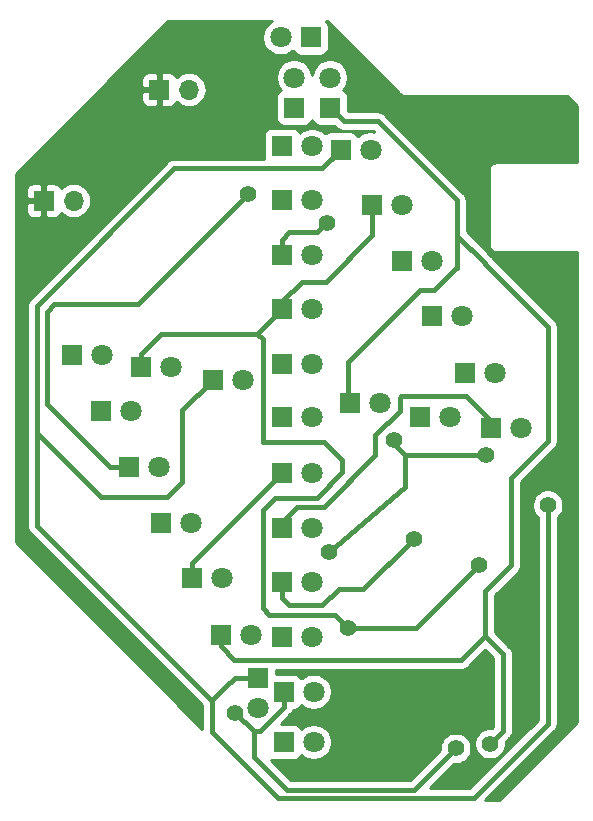
<source format=gbr>
%TF.GenerationSoftware,KiCad,Pcbnew,(5.1.4)-1*%
%TF.CreationDate,2020-11-17T11:02:07+02:00*%
%TF.ProjectId,possu2,706f7373-7532-42e6-9b69-6361645f7063,rev?*%
%TF.SameCoordinates,Original*%
%TF.FileFunction,Copper,L2,Bot*%
%TF.FilePolarity,Positive*%
%FSLAX46Y46*%
G04 Gerber Fmt 4.6, Leading zero omitted, Abs format (unit mm)*
G04 Created by KiCad (PCBNEW (5.1.4)-1) date 2020-11-17 11:02:07*
%MOMM*%
%LPD*%
G04 APERTURE LIST*
%TA.AperFunction,ComponentPad*%
%ADD10R,1.800000X1.800000*%
%TD*%
%TA.AperFunction,ComponentPad*%
%ADD11C,1.800000*%
%TD*%
%TA.AperFunction,ComponentPad*%
%ADD12R,1.700000X1.700000*%
%TD*%
%TA.AperFunction,ComponentPad*%
%ADD13O,1.700000X1.700000*%
%TD*%
%TA.AperFunction,ViaPad*%
%ADD14C,1.400000*%
%TD*%
%TA.AperFunction,Conductor*%
%ADD15C,0.400000*%
%TD*%
%TA.AperFunction,Conductor*%
%ADD16C,0.254000*%
%TD*%
G04 APERTURE END LIST*
D10*
%TO.P,D5,1*%
%TO.N,Net-(D13-Pad1)*%
X98806000Y-48400000D03*
D11*
%TO.P,D5,2*%
%TO.N,Net-(D1-Pad2)*%
X101346000Y-48400000D03*
%TD*%
D10*
%TO.P,D25,1*%
%TO.N,Net-(D1-Pad1)*%
X110490000Y-62100000D03*
D11*
%TO.P,D25,2*%
%TO.N,Net-(D25-Pad2)*%
X113030000Y-62100000D03*
%TD*%
D12*
%TO.P,P2,1*%
%TO.N,GND*%
X78613000Y-43815000D03*
D13*
%TO.P,P2,2*%
%TO.N,Net-(F1-Pad2)*%
X81153000Y-43815000D03*
%TD*%
D11*
%TO.P,D1,2*%
%TO.N,Net-(D1-Pad2)*%
X98679000Y-30000000D03*
D10*
%TO.P,D1,1*%
%TO.N,Net-(D1-Pad1)*%
X101219000Y-30000000D03*
%TD*%
%TO.P,D2,1*%
%TO.N,Net-(D10-Pad1)*%
X99822000Y-35941000D03*
D11*
%TO.P,D2,2*%
%TO.N,Net-(D1-Pad2)*%
X99822000Y-33401000D03*
%TD*%
D10*
%TO.P,D3,1*%
%TO.N,Net-(D11-Pad1)*%
X98806000Y-39200000D03*
D11*
%TO.P,D3,2*%
%TO.N,Net-(D1-Pad2)*%
X101346000Y-39200000D03*
%TD*%
%TO.P,D4,2*%
%TO.N,Net-(D1-Pad2)*%
X101346000Y-43800000D03*
D10*
%TO.P,D4,1*%
%TO.N,Net-(D12-Pad1)*%
X98806000Y-43800000D03*
%TD*%
D11*
%TO.P,D6,2*%
%TO.N,Net-(D1-Pad2)*%
X101346000Y-53000000D03*
D10*
%TO.P,D6,1*%
%TO.N,Net-(D14-Pad1)*%
X98806000Y-53000000D03*
%TD*%
%TO.P,D7,1*%
%TO.N,Net-(D15-Pad1)*%
X98806000Y-57658000D03*
D11*
%TO.P,D7,2*%
%TO.N,Net-(D1-Pad2)*%
X101346000Y-57658000D03*
%TD*%
%TO.P,D8,2*%
%TO.N,Net-(D1-Pad2)*%
X101346000Y-62103000D03*
D10*
%TO.P,D8,1*%
%TO.N,Net-(D16-Pad1)*%
X98806000Y-62103000D03*
%TD*%
D11*
%TO.P,D9,2*%
%TO.N,Net-(D10-Pad2)*%
X101346000Y-66900000D03*
D10*
%TO.P,D9,1*%
%TO.N,Net-(D1-Pad1)*%
X98806000Y-66900000D03*
%TD*%
%TO.P,D10,1*%
%TO.N,Net-(D10-Pad1)*%
X98806000Y-71500000D03*
D11*
%TO.P,D10,2*%
%TO.N,Net-(D10-Pad2)*%
X101346000Y-71500000D03*
%TD*%
D10*
%TO.P,D11,1*%
%TO.N,Net-(D11-Pad1)*%
X98806000Y-76100000D03*
D11*
%TO.P,D11,2*%
%TO.N,Net-(D10-Pad2)*%
X101346000Y-76100000D03*
%TD*%
%TO.P,D12,2*%
%TO.N,Net-(D10-Pad2)*%
X101346000Y-80800000D03*
D10*
%TO.P,D12,1*%
%TO.N,Net-(D12-Pad1)*%
X98806000Y-80800000D03*
%TD*%
%TO.P,D13,1*%
%TO.N,Net-(D13-Pad1)*%
X98933000Y-85400000D03*
D11*
%TO.P,D13,2*%
%TO.N,Net-(D10-Pad2)*%
X101473000Y-85400000D03*
%TD*%
%TO.P,D14,2*%
%TO.N,Net-(D10-Pad2)*%
X101473000Y-89662000D03*
D10*
%TO.P,D14,1*%
%TO.N,Net-(D14-Pad1)*%
X98933000Y-89662000D03*
%TD*%
%TO.P,D15,1*%
%TO.N,Net-(D15-Pad1)*%
X96774000Y-84201000D03*
D11*
%TO.P,D15,2*%
%TO.N,Net-(D10-Pad2)*%
X96774000Y-86741000D03*
%TD*%
%TO.P,D16,2*%
%TO.N,Net-(D10-Pad2)*%
X96139000Y-80600000D03*
D10*
%TO.P,D16,1*%
%TO.N,Net-(D16-Pad1)*%
X93599000Y-80600000D03*
%TD*%
%TO.P,D17,1*%
%TO.N,Net-(D1-Pad1)*%
X91186000Y-75800000D03*
D11*
%TO.P,D17,2*%
%TO.N,Net-(D17-Pad2)*%
X93726000Y-75800000D03*
%TD*%
%TO.P,D18,2*%
%TO.N,Net-(D17-Pad2)*%
X91059000Y-71100000D03*
D10*
%TO.P,D18,1*%
%TO.N,Net-(D10-Pad1)*%
X88519000Y-71100000D03*
%TD*%
D11*
%TO.P,D19,2*%
%TO.N,Net-(D17-Pad2)*%
X88392000Y-66400000D03*
D10*
%TO.P,D19,1*%
%TO.N,Net-(D11-Pad1)*%
X85852000Y-66400000D03*
%TD*%
D11*
%TO.P,D20,2*%
%TO.N,Net-(D17-Pad2)*%
X85979000Y-61595000D03*
D10*
%TO.P,D20,1*%
%TO.N,Net-(D12-Pad1)*%
X83439000Y-61595000D03*
%TD*%
%TO.P,D21,1*%
%TO.N,Net-(D13-Pad1)*%
X81026000Y-56900000D03*
D11*
%TO.P,D21,2*%
%TO.N,Net-(D17-Pad2)*%
X83566000Y-56900000D03*
%TD*%
D10*
%TO.P,D22,1*%
%TO.N,Net-(D14-Pad1)*%
X86868000Y-57900000D03*
D11*
%TO.P,D22,2*%
%TO.N,Net-(D17-Pad2)*%
X89408000Y-57900000D03*
%TD*%
%TO.P,D23,2*%
%TO.N,Net-(D17-Pad2)*%
X95504000Y-59000000D03*
D10*
%TO.P,D23,1*%
%TO.N,Net-(D15-Pad1)*%
X92964000Y-59000000D03*
%TD*%
%TO.P,D24,1*%
%TO.N,Net-(D16-Pad1)*%
X104521000Y-60960000D03*
D11*
%TO.P,D24,2*%
%TO.N,Net-(D17-Pad2)*%
X107061000Y-60960000D03*
%TD*%
%TO.P,D26,2*%
%TO.N,Net-(D25-Pad2)*%
X118999000Y-63100000D03*
D10*
%TO.P,D26,1*%
%TO.N,Net-(D10-Pad1)*%
X116459000Y-63100000D03*
%TD*%
D11*
%TO.P,D27,2*%
%TO.N,Net-(D25-Pad2)*%
X116840000Y-58400000D03*
D10*
%TO.P,D27,1*%
%TO.N,Net-(D11-Pad1)*%
X114300000Y-58400000D03*
%TD*%
%TO.P,D28,1*%
%TO.N,Net-(D12-Pad1)*%
X111506000Y-53594000D03*
D11*
%TO.P,D28,2*%
%TO.N,Net-(D25-Pad2)*%
X114046000Y-53594000D03*
%TD*%
%TO.P,D29,2*%
%TO.N,Net-(D25-Pad2)*%
X111506000Y-48895000D03*
D10*
%TO.P,D29,1*%
%TO.N,Net-(D13-Pad1)*%
X108966000Y-48895000D03*
%TD*%
%TO.P,D30,1*%
%TO.N,Net-(D14-Pad1)*%
X106426000Y-44196000D03*
D11*
%TO.P,D30,2*%
%TO.N,Net-(D25-Pad2)*%
X108966000Y-44196000D03*
%TD*%
%TO.P,D31,2*%
%TO.N,Net-(D25-Pad2)*%
X106299000Y-39497000D03*
D10*
%TO.P,D31,1*%
%TO.N,Net-(D15-Pad1)*%
X103759000Y-39497000D03*
%TD*%
%TO.P,D32,1*%
%TO.N,Net-(D16-Pad1)*%
X102870000Y-35941000D03*
D11*
%TO.P,D32,2*%
%TO.N,Net-(D25-Pad2)*%
X102870000Y-33401000D03*
%TD*%
D12*
%TO.P,P3,1*%
%TO.N,GND*%
X88392000Y-34417000D03*
D13*
%TO.P,P3,2*%
%TO.N,VCC*%
X90932000Y-34417000D03*
%TD*%
D14*
%TO.N,Net-(D11-Pad1)*%
X109948950Y-72448950D03*
X95900000Y-43300000D03*
%TO.N,Net-(D12-Pad1)*%
X102800000Y-73600000D03*
X108296800Y-64071900D03*
X116065000Y-65328800D03*
%TO.N,Net-(D13-Pad1)*%
X94800000Y-87200000D03*
X113500000Y-90200000D03*
X102600000Y-45700000D03*
%TO.N,Net-(D14-Pad1)*%
X115443000Y-74676000D03*
X104400000Y-80000000D03*
%TO.N,Net-(D15-Pad1)*%
X121300000Y-69600000D03*
%TO.N,Net-(D16-Pad1)*%
X116400000Y-89800000D03*
%TD*%
D15*
%TO.N,Net-(D1-Pad1)*%
X91186000Y-74520000D02*
X98806000Y-66900000D01*
X91186000Y-75800000D02*
X91186000Y-74520000D01*
%TO.N,Net-(D10-Pad1)*%
X116459000Y-62484000D02*
X116459000Y-63100000D01*
X108900000Y-60400000D02*
X114375000Y-60400000D01*
X108800000Y-60500000D02*
X108900000Y-60400000D01*
X108800000Y-61600000D02*
X108800000Y-60500000D01*
X106700000Y-65385000D02*
X106700000Y-63700000D01*
X114375000Y-60400000D02*
X116459000Y-62484000D01*
X102362000Y-69723000D02*
X106700000Y-65385000D01*
X106700000Y-63700000D02*
X108800000Y-61600000D01*
X100076000Y-69723000D02*
X102362000Y-69723000D01*
X98806000Y-70993000D02*
X100076000Y-69723000D01*
X98806000Y-71500000D02*
X98806000Y-70993000D01*
%TO.N,Net-(D11-Pad1)*%
X98806000Y-77470000D02*
X98806000Y-76100000D01*
X99436000Y-78100000D02*
X98806000Y-77470000D01*
X102224000Y-78100000D02*
X99436000Y-78100000D01*
X103624000Y-76700000D02*
X102224000Y-78100000D01*
X105697900Y-76700000D02*
X103624000Y-76700000D01*
X109948950Y-72448950D02*
X105697900Y-76700000D01*
X84200000Y-66400000D02*
X85852000Y-66400000D01*
X78870000Y-61070000D02*
X84200000Y-66400000D01*
X78870000Y-53230000D02*
X78870000Y-61070000D01*
X79500000Y-52600000D02*
X78870000Y-53230000D01*
X86600000Y-52600000D02*
X79500000Y-52600000D01*
X95900000Y-43300000D02*
X86600000Y-52600000D01*
%TO.N,Net-(D12-Pad1)*%
X109225900Y-68096800D02*
X102800000Y-73600000D01*
X109225900Y-65328800D02*
X109225900Y-68096800D01*
X116065000Y-65328800D02*
X109225900Y-65328800D01*
X108296800Y-64399700D02*
X108296800Y-64071900D01*
X109225900Y-65328800D02*
X108296800Y-64399700D01*
%TO.N,Net-(D13-Pad1)*%
X94800000Y-87200000D02*
X96400000Y-88700000D01*
X96400000Y-88700000D02*
X96400000Y-90900000D01*
X99199998Y-93699998D02*
X96400000Y-90900000D01*
X109600000Y-93699998D02*
X99199998Y-93699998D01*
X113500000Y-90200000D02*
X111550000Y-92150000D01*
X111550000Y-92150000D02*
X111500000Y-92200000D01*
X102600000Y-45700000D02*
X101800000Y-46500000D01*
X110000002Y-93699998D02*
X109600000Y-93699998D01*
X113500000Y-90200000D02*
X110000002Y-93699998D01*
X98933000Y-86700000D02*
X98933000Y-85400000D01*
X96933000Y-88700000D02*
X98933000Y-86700000D01*
X96400000Y-88700000D02*
X96933000Y-88700000D01*
X99931000Y-46500000D02*
X99423000Y-46500000D01*
X101800000Y-46500000D02*
X99931000Y-46500000D01*
X98806000Y-47117000D02*
X98806000Y-48400000D01*
X99423000Y-46500000D02*
X98806000Y-47117000D01*
%TO.N,Net-(D14-Pad1)*%
X96706000Y-55100000D02*
X98806000Y-53000000D01*
X95900000Y-55100000D02*
X96706000Y-55100000D01*
X95900000Y-55100000D02*
X88537000Y-55100000D01*
X86868000Y-56769000D02*
X86868000Y-57900000D01*
X88537000Y-55100000D02*
X86868000Y-56769000D01*
X98806000Y-53000000D02*
X98806000Y-52324000D01*
X98806000Y-52324000D02*
X100457000Y-50673000D01*
X100457000Y-50673000D02*
X102489000Y-50673000D01*
X106426000Y-46736000D02*
X106426000Y-44196000D01*
X102489000Y-50673000D02*
X106426000Y-46736000D01*
X110119000Y-80000000D02*
X115443000Y-74676000D01*
X104400000Y-80000000D02*
X110119000Y-80000000D01*
X103328500Y-78928500D02*
X104400000Y-80000000D01*
X97728500Y-78928500D02*
X103328500Y-78928500D01*
X97155000Y-78355000D02*
X97728500Y-78928500D01*
X101727000Y-68961000D02*
X98171000Y-68961000D01*
X103886000Y-66802000D02*
X101727000Y-68961000D01*
X103886000Y-65786000D02*
X103886000Y-66802000D01*
X102362000Y-64262000D02*
X103886000Y-65786000D01*
X97155000Y-69977000D02*
X97155000Y-78355000D01*
X98171000Y-68961000D02*
X97155000Y-69977000D01*
X97155000Y-64262000D02*
X102362000Y-64262000D01*
X97155000Y-55549000D02*
X97155000Y-64262000D01*
X96706000Y-55100000D02*
X97155000Y-55549000D01*
%TO.N,Net-(D15-Pad1)*%
X92800000Y-86100000D02*
X92900000Y-86100000D01*
X83500000Y-68900000D02*
X89100000Y-68900000D01*
X89100000Y-68900000D02*
X90372549Y-67627451D01*
X90372549Y-61591451D02*
X92964000Y-59000000D01*
X90372549Y-67627451D02*
X90372549Y-61591451D01*
X102156000Y-41100000D02*
X103759000Y-39497000D01*
X95933000Y-41100000D02*
X102156000Y-41100000D01*
X95933000Y-41100000D02*
X89700000Y-41100000D01*
X92900000Y-86100000D02*
X94008500Y-84991500D01*
X94799000Y-84201000D02*
X94008500Y-84991500D01*
X96774000Y-84201000D02*
X94799000Y-84201000D01*
X121300000Y-87100000D02*
X121300000Y-69600000D01*
X121300000Y-88100000D02*
X121300000Y-87100000D01*
X92900000Y-88800000D02*
X98500000Y-94400000D01*
X92900000Y-86100000D02*
X92900000Y-88800000D01*
X98500000Y-94400000D02*
X114540000Y-94400000D01*
X114540000Y-94400000D02*
X114560000Y-94380000D01*
X114560000Y-94380000D02*
X115020000Y-94380000D01*
X115020000Y-94380000D02*
X121300000Y-88100000D01*
X78065000Y-61254962D02*
X78065000Y-63465000D01*
X78065000Y-52735000D02*
X78065000Y-61254962D01*
X78065000Y-63465000D02*
X83500000Y-68900000D01*
X89700000Y-41100000D02*
X78065000Y-52735000D01*
X78065000Y-71365000D02*
X78880000Y-72180000D01*
X78065000Y-63465000D02*
X78065000Y-71365000D01*
X92800000Y-86100000D02*
X78880000Y-72180000D01*
%TO.N,Net-(D16-Pad1)*%
X117500000Y-82200000D02*
X117500000Y-88700000D01*
X116000000Y-80700000D02*
X117500000Y-82200000D01*
X117500000Y-88700000D02*
X116400000Y-89800000D01*
X106900000Y-37100000D02*
X113600000Y-43800000D01*
X113600000Y-49500000D02*
X113450000Y-49650000D01*
X113450000Y-49650000D02*
X111700000Y-51400000D01*
X111700000Y-51400000D02*
X110500000Y-51400000D01*
X110500000Y-51400000D02*
X104400000Y-57500000D01*
X104400000Y-60839000D02*
X104521000Y-60960000D01*
X104400000Y-57500000D02*
X104400000Y-60839000D01*
X104029000Y-37100000D02*
X102870000Y-35941000D01*
X106900000Y-37100000D02*
X104029000Y-37100000D01*
X114000000Y-82700000D02*
X116000000Y-80700000D01*
X94765000Y-82700000D02*
X114000000Y-82700000D01*
X93599000Y-81534000D02*
X94765000Y-82700000D01*
X93599000Y-80600000D02*
X93599000Y-81534000D01*
X121300000Y-54498000D02*
X121300000Y-58054000D01*
X115951000Y-49149000D02*
X121300000Y-54498000D01*
X121300000Y-58054000D02*
X121300000Y-57500000D01*
X115951000Y-49131000D02*
X113600000Y-46780000D01*
X115951000Y-49149000D02*
X115951000Y-49131000D01*
X113600000Y-43800000D02*
X113600000Y-46780000D01*
X113600000Y-46780000D02*
X113600000Y-49500000D01*
X121300000Y-64200000D02*
X121300000Y-58054000D01*
X118205000Y-67295000D02*
X121300000Y-64200000D01*
X118205000Y-74695000D02*
X118205000Y-67295000D01*
X116000000Y-76900000D02*
X118205000Y-74695000D01*
X116000000Y-80700000D02*
X116000000Y-76900000D01*
%TD*%
D16*
%TO.N,GND*%
G36*
X97951905Y-28639701D02*
G01*
X97700495Y-28807688D01*
X97486688Y-29021495D01*
X97318701Y-29272905D01*
X97202989Y-29552257D01*
X97144000Y-29848816D01*
X97144000Y-30151184D01*
X97202989Y-30447743D01*
X97318701Y-30727095D01*
X97486688Y-30978505D01*
X97700495Y-31192312D01*
X97951905Y-31360299D01*
X98231257Y-31476011D01*
X98527816Y-31535000D01*
X98830184Y-31535000D01*
X99126743Y-31476011D01*
X99406095Y-31360299D01*
X99657505Y-31192312D01*
X99723944Y-31125873D01*
X99729498Y-31144180D01*
X99788463Y-31254494D01*
X99867815Y-31351185D01*
X99964506Y-31430537D01*
X100074820Y-31489502D01*
X100194518Y-31525812D01*
X100319000Y-31538072D01*
X102119000Y-31538072D01*
X102243482Y-31525812D01*
X102363180Y-31489502D01*
X102473494Y-31430537D01*
X102570185Y-31351185D01*
X102649537Y-31254494D01*
X102708502Y-31144180D01*
X102744812Y-31024482D01*
X102757072Y-30900000D01*
X102757072Y-29100000D01*
X102744812Y-28975518D01*
X102708502Y-28855820D01*
X102649537Y-28745506D01*
X102570185Y-28648815D01*
X102541166Y-28625000D01*
X102586264Y-28625000D01*
X108711846Y-34750583D01*
X108733289Y-34776711D01*
X108759417Y-34798154D01*
X108759423Y-34798160D01*
X108792021Y-34824912D01*
X108837593Y-34862312D01*
X108956594Y-34925919D01*
X109046547Y-34953206D01*
X109085716Y-34965088D01*
X109098766Y-34966373D01*
X109186353Y-34975000D01*
X109186360Y-34975000D01*
X109219999Y-34978313D01*
X109253639Y-34975000D01*
X122922051Y-34975000D01*
X123815000Y-35799785D01*
X123815001Y-40565000D01*
X117033647Y-40565000D01*
X117000000Y-40561686D01*
X116966353Y-40565000D01*
X116865717Y-40574912D01*
X116736594Y-40614081D01*
X116617593Y-40677688D01*
X116513289Y-40763289D01*
X116427688Y-40867593D01*
X116364081Y-40986594D01*
X116324912Y-41115717D01*
X116311686Y-41250000D01*
X116315001Y-41283657D01*
X116315000Y-47466353D01*
X116311686Y-47500000D01*
X116324912Y-47634283D01*
X116364081Y-47763406D01*
X116427688Y-47882407D01*
X116513289Y-47986711D01*
X116545817Y-48013406D01*
X116617593Y-48072312D01*
X116736594Y-48135919D01*
X116865717Y-48175088D01*
X117000000Y-48188314D01*
X117033647Y-48185000D01*
X123814571Y-48185000D01*
X123775281Y-87980983D01*
X117191264Y-94565000D01*
X116015867Y-94565000D01*
X121861428Y-88719440D01*
X121893291Y-88693291D01*
X121997636Y-88566146D01*
X122075172Y-88421087D01*
X122122918Y-88263689D01*
X122135000Y-88141019D01*
X122135000Y-88141018D01*
X122139040Y-88100001D01*
X122135000Y-88058982D01*
X122135000Y-70647661D01*
X122151013Y-70636962D01*
X122336962Y-70451013D01*
X122483061Y-70232359D01*
X122583696Y-69989405D01*
X122635000Y-69731486D01*
X122635000Y-69468514D01*
X122583696Y-69210595D01*
X122483061Y-68967641D01*
X122336962Y-68748987D01*
X122151013Y-68563038D01*
X121932359Y-68416939D01*
X121689405Y-68316304D01*
X121431486Y-68265000D01*
X121168514Y-68265000D01*
X120910595Y-68316304D01*
X120667641Y-68416939D01*
X120448987Y-68563038D01*
X120263038Y-68748987D01*
X120116939Y-68967641D01*
X120016304Y-69210595D01*
X119965000Y-69468514D01*
X119965000Y-69731486D01*
X120016304Y-69989405D01*
X120116939Y-70232359D01*
X120263038Y-70451013D01*
X120448987Y-70636962D01*
X120465001Y-70647662D01*
X120465000Y-87141018D01*
X120465001Y-87141027D01*
X120465000Y-87754132D01*
X114674133Y-93545000D01*
X114601007Y-93545000D01*
X114559999Y-93540961D01*
X114518991Y-93545000D01*
X114518981Y-93545000D01*
X114396311Y-93557082D01*
X114370209Y-93565000D01*
X111315867Y-93565000D01*
X113349626Y-91531243D01*
X113368514Y-91535000D01*
X113631486Y-91535000D01*
X113889405Y-91483696D01*
X114132359Y-91383061D01*
X114351013Y-91236962D01*
X114536962Y-91051013D01*
X114683061Y-90832359D01*
X114783696Y-90589405D01*
X114835000Y-90331486D01*
X114835000Y-90068514D01*
X114783696Y-89810595D01*
X114683061Y-89567641D01*
X114536962Y-89348987D01*
X114351013Y-89163038D01*
X114132359Y-89016939D01*
X113889405Y-88916304D01*
X113631486Y-88865000D01*
X113368514Y-88865000D01*
X113110595Y-88916304D01*
X112867641Y-89016939D01*
X112648987Y-89163038D01*
X112463038Y-89348987D01*
X112316939Y-89567641D01*
X112216304Y-89810595D01*
X112165000Y-90068514D01*
X112165000Y-90331486D01*
X112168757Y-90350374D01*
X109654135Y-92864998D01*
X99545866Y-92864998D01*
X97851332Y-91170465D01*
X97908518Y-91187812D01*
X98033000Y-91200072D01*
X99833000Y-91200072D01*
X99957482Y-91187812D01*
X100077180Y-91151502D01*
X100187494Y-91092537D01*
X100284185Y-91013185D01*
X100363537Y-90916494D01*
X100422502Y-90806180D01*
X100428056Y-90787873D01*
X100494495Y-90854312D01*
X100745905Y-91022299D01*
X101025257Y-91138011D01*
X101321816Y-91197000D01*
X101624184Y-91197000D01*
X101920743Y-91138011D01*
X102200095Y-91022299D01*
X102451505Y-90854312D01*
X102665312Y-90640505D01*
X102833299Y-90389095D01*
X102949011Y-90109743D01*
X103008000Y-89813184D01*
X103008000Y-89510816D01*
X102949011Y-89214257D01*
X102833299Y-88934905D01*
X102665312Y-88683495D01*
X102451505Y-88469688D01*
X102200095Y-88301701D01*
X101920743Y-88185989D01*
X101624184Y-88127000D01*
X101321816Y-88127000D01*
X101025257Y-88185989D01*
X100745905Y-88301701D01*
X100494495Y-88469688D01*
X100428056Y-88536127D01*
X100422502Y-88517820D01*
X100363537Y-88407506D01*
X100284185Y-88310815D01*
X100187494Y-88231463D01*
X100077180Y-88172498D01*
X99957482Y-88136188D01*
X99833000Y-88123928D01*
X98689940Y-88123928D01*
X99494428Y-87319440D01*
X99526291Y-87293291D01*
X99630636Y-87166146D01*
X99708172Y-87021087D01*
X99733354Y-86938072D01*
X99833000Y-86938072D01*
X99957482Y-86925812D01*
X100077180Y-86889502D01*
X100187494Y-86830537D01*
X100284185Y-86751185D01*
X100363537Y-86654494D01*
X100422502Y-86544180D01*
X100428056Y-86525873D01*
X100494495Y-86592312D01*
X100745905Y-86760299D01*
X101025257Y-86876011D01*
X101321816Y-86935000D01*
X101624184Y-86935000D01*
X101920743Y-86876011D01*
X102200095Y-86760299D01*
X102451505Y-86592312D01*
X102665312Y-86378505D01*
X102833299Y-86127095D01*
X102949011Y-85847743D01*
X103008000Y-85551184D01*
X103008000Y-85248816D01*
X102949011Y-84952257D01*
X102833299Y-84672905D01*
X102665312Y-84421495D01*
X102451505Y-84207688D01*
X102200095Y-84039701D01*
X101920743Y-83923989D01*
X101624184Y-83865000D01*
X101321816Y-83865000D01*
X101025257Y-83923989D01*
X100745905Y-84039701D01*
X100494495Y-84207688D01*
X100428056Y-84274127D01*
X100422502Y-84255820D01*
X100363537Y-84145506D01*
X100284185Y-84048815D01*
X100187494Y-83969463D01*
X100077180Y-83910498D01*
X99957482Y-83874188D01*
X99833000Y-83861928D01*
X98312072Y-83861928D01*
X98312072Y-83535000D01*
X113958982Y-83535000D01*
X114000000Y-83539040D01*
X114041018Y-83535000D01*
X114041019Y-83535000D01*
X114163689Y-83522918D01*
X114321087Y-83475172D01*
X114466146Y-83397636D01*
X114593291Y-83293291D01*
X114619446Y-83261421D01*
X116000000Y-81880868D01*
X116665000Y-82545868D01*
X116665001Y-88354131D01*
X116550374Y-88468757D01*
X116531486Y-88465000D01*
X116268514Y-88465000D01*
X116010595Y-88516304D01*
X115767641Y-88616939D01*
X115548987Y-88763038D01*
X115363038Y-88948987D01*
X115216939Y-89167641D01*
X115116304Y-89410595D01*
X115065000Y-89668514D01*
X115065000Y-89931486D01*
X115116304Y-90189405D01*
X115216939Y-90432359D01*
X115363038Y-90651013D01*
X115548987Y-90836962D01*
X115767641Y-90983061D01*
X116010595Y-91083696D01*
X116268514Y-91135000D01*
X116531486Y-91135000D01*
X116789405Y-91083696D01*
X117032359Y-90983061D01*
X117251013Y-90836962D01*
X117436962Y-90651013D01*
X117583061Y-90432359D01*
X117683696Y-90189405D01*
X117735000Y-89931486D01*
X117735000Y-89668514D01*
X117731243Y-89649626D01*
X118061432Y-89319437D01*
X118093291Y-89293291D01*
X118138199Y-89238571D01*
X118197636Y-89166146D01*
X118275172Y-89021087D01*
X118322918Y-88863689D01*
X118339040Y-88700000D01*
X118335000Y-88658981D01*
X118335000Y-82241007D01*
X118339039Y-82199999D01*
X118335000Y-82158991D01*
X118335000Y-82158981D01*
X118322918Y-82036311D01*
X118275172Y-81878913D01*
X118197636Y-81733854D01*
X118093291Y-81606709D01*
X118061428Y-81580560D01*
X116835000Y-80354133D01*
X116835000Y-77245867D01*
X118766433Y-75314436D01*
X118798291Y-75288291D01*
X118840032Y-75237430D01*
X118902636Y-75161146D01*
X118980172Y-75016087D01*
X119027918Y-74858689D01*
X119044040Y-74695000D01*
X119040000Y-74653982D01*
X119040000Y-67640867D01*
X121861428Y-64819440D01*
X121893291Y-64793291D01*
X121997636Y-64666146D01*
X122075172Y-64521087D01*
X122122918Y-64363689D01*
X122135000Y-64241019D01*
X122135000Y-64241018D01*
X122139040Y-64200000D01*
X122135000Y-64158982D01*
X122135000Y-54539007D01*
X122139039Y-54497999D01*
X122135000Y-54456991D01*
X122135000Y-54456981D01*
X122122918Y-54334311D01*
X122075172Y-54176913D01*
X121997636Y-54031854D01*
X121893291Y-53904709D01*
X121861428Y-53878560D01*
X116649687Y-48666820D01*
X116648636Y-48664854D01*
X116570438Y-48569570D01*
X116544291Y-48537709D01*
X116512427Y-48511559D01*
X114435000Y-46434133D01*
X114435000Y-43841018D01*
X114439040Y-43800000D01*
X114422918Y-43636311D01*
X114375172Y-43478913D01*
X114297636Y-43333854D01*
X114219439Y-43238570D01*
X114219437Y-43238568D01*
X114193291Y-43206709D01*
X114161433Y-43180564D01*
X107519446Y-36538579D01*
X107493291Y-36506709D01*
X107366146Y-36402364D01*
X107221087Y-36324828D01*
X107063689Y-36277082D01*
X106941019Y-36265000D01*
X106941018Y-36265000D01*
X106900000Y-36260960D01*
X106858982Y-36265000D01*
X104408072Y-36265000D01*
X104408072Y-35041000D01*
X104395812Y-34916518D01*
X104359502Y-34796820D01*
X104300537Y-34686506D01*
X104221185Y-34589815D01*
X104124494Y-34510463D01*
X104014180Y-34451498D01*
X103995873Y-34445944D01*
X104062312Y-34379505D01*
X104230299Y-34128095D01*
X104346011Y-33848743D01*
X104405000Y-33552184D01*
X104405000Y-33249816D01*
X104346011Y-32953257D01*
X104230299Y-32673905D01*
X104062312Y-32422495D01*
X103848505Y-32208688D01*
X103597095Y-32040701D01*
X103317743Y-31924989D01*
X103021184Y-31866000D01*
X102718816Y-31866000D01*
X102422257Y-31924989D01*
X102142905Y-32040701D01*
X101891495Y-32208688D01*
X101677688Y-32422495D01*
X101509701Y-32673905D01*
X101393989Y-32953257D01*
X101346000Y-33194515D01*
X101298011Y-32953257D01*
X101182299Y-32673905D01*
X101014312Y-32422495D01*
X100800505Y-32208688D01*
X100549095Y-32040701D01*
X100269743Y-31924989D01*
X99973184Y-31866000D01*
X99670816Y-31866000D01*
X99374257Y-31924989D01*
X99094905Y-32040701D01*
X98843495Y-32208688D01*
X98629688Y-32422495D01*
X98461701Y-32673905D01*
X98345989Y-32953257D01*
X98287000Y-33249816D01*
X98287000Y-33552184D01*
X98345989Y-33848743D01*
X98461701Y-34128095D01*
X98629688Y-34379505D01*
X98696127Y-34445944D01*
X98677820Y-34451498D01*
X98567506Y-34510463D01*
X98470815Y-34589815D01*
X98391463Y-34686506D01*
X98332498Y-34796820D01*
X98296188Y-34916518D01*
X98283928Y-35041000D01*
X98283928Y-36841000D01*
X98296188Y-36965482D01*
X98332498Y-37085180D01*
X98391463Y-37195494D01*
X98470815Y-37292185D01*
X98567506Y-37371537D01*
X98677820Y-37430502D01*
X98797518Y-37466812D01*
X98922000Y-37479072D01*
X100722000Y-37479072D01*
X100846482Y-37466812D01*
X100966180Y-37430502D01*
X101076494Y-37371537D01*
X101173185Y-37292185D01*
X101252537Y-37195494D01*
X101311502Y-37085180D01*
X101346000Y-36971455D01*
X101380498Y-37085180D01*
X101439463Y-37195494D01*
X101518815Y-37292185D01*
X101615506Y-37371537D01*
X101725820Y-37430502D01*
X101845518Y-37466812D01*
X101970000Y-37479072D01*
X103227203Y-37479072D01*
X103409563Y-37661432D01*
X103435709Y-37693291D01*
X103467568Y-37719437D01*
X103467570Y-37719439D01*
X103499023Y-37745251D01*
X103562854Y-37797636D01*
X103707913Y-37875172D01*
X103865311Y-37922918D01*
X103987981Y-37935000D01*
X103987982Y-37935000D01*
X104029000Y-37939040D01*
X104070018Y-37935000D01*
X106554133Y-37935000D01*
X106613648Y-37994515D01*
X106450184Y-37962000D01*
X106147816Y-37962000D01*
X105851257Y-38020989D01*
X105571905Y-38136701D01*
X105320495Y-38304688D01*
X105254056Y-38371127D01*
X105248502Y-38352820D01*
X105189537Y-38242506D01*
X105110185Y-38145815D01*
X105013494Y-38066463D01*
X104903180Y-38007498D01*
X104783482Y-37971188D01*
X104659000Y-37958928D01*
X102859000Y-37958928D01*
X102734518Y-37971188D01*
X102614820Y-38007498D01*
X102504506Y-38066463D01*
X102437923Y-38121106D01*
X102324505Y-38007688D01*
X102073095Y-37839701D01*
X101793743Y-37723989D01*
X101497184Y-37665000D01*
X101194816Y-37665000D01*
X100898257Y-37723989D01*
X100618905Y-37839701D01*
X100367495Y-38007688D01*
X100301056Y-38074127D01*
X100295502Y-38055820D01*
X100236537Y-37945506D01*
X100157185Y-37848815D01*
X100060494Y-37769463D01*
X99950180Y-37710498D01*
X99830482Y-37674188D01*
X99706000Y-37661928D01*
X97906000Y-37661928D01*
X97781518Y-37674188D01*
X97661820Y-37710498D01*
X97551506Y-37769463D01*
X97454815Y-37848815D01*
X97375463Y-37945506D01*
X97316498Y-38055820D01*
X97280188Y-38175518D01*
X97267928Y-38300000D01*
X97267928Y-40100000D01*
X97280188Y-40224482D01*
X97292479Y-40265000D01*
X89741018Y-40265000D01*
X89700000Y-40260960D01*
X89658981Y-40265000D01*
X89536311Y-40277082D01*
X89378913Y-40324828D01*
X89233854Y-40402364D01*
X89106709Y-40506709D01*
X89080563Y-40538568D01*
X77503579Y-52115554D01*
X77471709Y-52141709D01*
X77367365Y-52268854D01*
X77367364Y-52268855D01*
X77289828Y-52413914D01*
X77242082Y-52571312D01*
X77225960Y-52735000D01*
X77230000Y-52776019D01*
X77230001Y-61213934D01*
X77230000Y-61213944D01*
X77230001Y-63423972D01*
X77225960Y-63465000D01*
X77230000Y-63506019D01*
X77230001Y-71323971D01*
X77225960Y-71365000D01*
X77242082Y-71528688D01*
X77289828Y-71686086D01*
X77366491Y-71829511D01*
X77367365Y-71831146D01*
X77471710Y-71958291D01*
X77503574Y-71984441D01*
X78318570Y-72799438D01*
X78318576Y-72799443D01*
X92065000Y-86545869D01*
X92065001Y-88556265D01*
X76250000Y-72741264D01*
X76250000Y-44665000D01*
X77124928Y-44665000D01*
X77137188Y-44789482D01*
X77173498Y-44909180D01*
X77232463Y-45019494D01*
X77311815Y-45116185D01*
X77408506Y-45195537D01*
X77518820Y-45254502D01*
X77638518Y-45290812D01*
X77763000Y-45303072D01*
X78327250Y-45300000D01*
X78486000Y-45141250D01*
X78486000Y-43942000D01*
X77286750Y-43942000D01*
X77128000Y-44100750D01*
X77124928Y-44665000D01*
X76250000Y-44665000D01*
X76250000Y-42965000D01*
X77124928Y-42965000D01*
X77128000Y-43529250D01*
X77286750Y-43688000D01*
X78486000Y-43688000D01*
X78486000Y-42488750D01*
X78740000Y-42488750D01*
X78740000Y-43688000D01*
X78760000Y-43688000D01*
X78760000Y-43942000D01*
X78740000Y-43942000D01*
X78740000Y-45141250D01*
X78898750Y-45300000D01*
X79463000Y-45303072D01*
X79587482Y-45290812D01*
X79707180Y-45254502D01*
X79817494Y-45195537D01*
X79914185Y-45116185D01*
X79993537Y-45019494D01*
X80052502Y-44909180D01*
X80073393Y-44840313D01*
X80097866Y-44870134D01*
X80323986Y-45055706D01*
X80581966Y-45193599D01*
X80861889Y-45278513D01*
X81080050Y-45300000D01*
X81225950Y-45300000D01*
X81444111Y-45278513D01*
X81724034Y-45193599D01*
X81982014Y-45055706D01*
X82208134Y-44870134D01*
X82393706Y-44644014D01*
X82531599Y-44386034D01*
X82616513Y-44106111D01*
X82645185Y-43815000D01*
X82616513Y-43523889D01*
X82531599Y-43243966D01*
X82393706Y-42985986D01*
X82208134Y-42759866D01*
X81982014Y-42574294D01*
X81724034Y-42436401D01*
X81444111Y-42351487D01*
X81225950Y-42330000D01*
X81080050Y-42330000D01*
X80861889Y-42351487D01*
X80581966Y-42436401D01*
X80323986Y-42574294D01*
X80097866Y-42759866D01*
X80073393Y-42789687D01*
X80052502Y-42720820D01*
X79993537Y-42610506D01*
X79914185Y-42513815D01*
X79817494Y-42434463D01*
X79707180Y-42375498D01*
X79587482Y-42339188D01*
X79463000Y-42326928D01*
X78898750Y-42330000D01*
X78740000Y-42488750D01*
X78486000Y-42488750D01*
X78327250Y-42330000D01*
X77763000Y-42326928D01*
X77638518Y-42339188D01*
X77518820Y-42375498D01*
X77408506Y-42434463D01*
X77311815Y-42513815D01*
X77232463Y-42610506D01*
X77173498Y-42720820D01*
X77137188Y-42840518D01*
X77124928Y-42965000D01*
X76250000Y-42965000D01*
X76250000Y-41558736D01*
X82541736Y-35267000D01*
X86903928Y-35267000D01*
X86916188Y-35391482D01*
X86952498Y-35511180D01*
X87011463Y-35621494D01*
X87090815Y-35718185D01*
X87187506Y-35797537D01*
X87297820Y-35856502D01*
X87417518Y-35892812D01*
X87542000Y-35905072D01*
X88106250Y-35902000D01*
X88265000Y-35743250D01*
X88265000Y-34544000D01*
X87065750Y-34544000D01*
X86907000Y-34702750D01*
X86903928Y-35267000D01*
X82541736Y-35267000D01*
X84241736Y-33567000D01*
X86903928Y-33567000D01*
X86907000Y-34131250D01*
X87065750Y-34290000D01*
X88265000Y-34290000D01*
X88265000Y-33090750D01*
X88519000Y-33090750D01*
X88519000Y-34290000D01*
X88539000Y-34290000D01*
X88539000Y-34544000D01*
X88519000Y-34544000D01*
X88519000Y-35743250D01*
X88677750Y-35902000D01*
X89242000Y-35905072D01*
X89366482Y-35892812D01*
X89486180Y-35856502D01*
X89596494Y-35797537D01*
X89693185Y-35718185D01*
X89772537Y-35621494D01*
X89831502Y-35511180D01*
X89852393Y-35442313D01*
X89876866Y-35472134D01*
X90102986Y-35657706D01*
X90360966Y-35795599D01*
X90640889Y-35880513D01*
X90859050Y-35902000D01*
X91004950Y-35902000D01*
X91223111Y-35880513D01*
X91503034Y-35795599D01*
X91761014Y-35657706D01*
X91987134Y-35472134D01*
X92172706Y-35246014D01*
X92310599Y-34988034D01*
X92395513Y-34708111D01*
X92424185Y-34417000D01*
X92395513Y-34125889D01*
X92310599Y-33845966D01*
X92172706Y-33587986D01*
X91987134Y-33361866D01*
X91761014Y-33176294D01*
X91503034Y-33038401D01*
X91223111Y-32953487D01*
X91004950Y-32932000D01*
X90859050Y-32932000D01*
X90640889Y-32953487D01*
X90360966Y-33038401D01*
X90102986Y-33176294D01*
X89876866Y-33361866D01*
X89852393Y-33391687D01*
X89831502Y-33322820D01*
X89772537Y-33212506D01*
X89693185Y-33115815D01*
X89596494Y-33036463D01*
X89486180Y-32977498D01*
X89366482Y-32941188D01*
X89242000Y-32928928D01*
X88677750Y-32932000D01*
X88519000Y-33090750D01*
X88265000Y-33090750D01*
X88106250Y-32932000D01*
X87542000Y-32928928D01*
X87417518Y-32941188D01*
X87297820Y-32977498D01*
X87187506Y-33036463D01*
X87090815Y-33115815D01*
X87011463Y-33212506D01*
X86952498Y-33322820D01*
X86916188Y-33442518D01*
X86903928Y-33567000D01*
X84241736Y-33567000D01*
X89183736Y-28625000D01*
X97987396Y-28625000D01*
X97951905Y-28639701D01*
X97951905Y-28639701D01*
G37*
X97951905Y-28639701D02*
X97700495Y-28807688D01*
X97486688Y-29021495D01*
X97318701Y-29272905D01*
X97202989Y-29552257D01*
X97144000Y-29848816D01*
X97144000Y-30151184D01*
X97202989Y-30447743D01*
X97318701Y-30727095D01*
X97486688Y-30978505D01*
X97700495Y-31192312D01*
X97951905Y-31360299D01*
X98231257Y-31476011D01*
X98527816Y-31535000D01*
X98830184Y-31535000D01*
X99126743Y-31476011D01*
X99406095Y-31360299D01*
X99657505Y-31192312D01*
X99723944Y-31125873D01*
X99729498Y-31144180D01*
X99788463Y-31254494D01*
X99867815Y-31351185D01*
X99964506Y-31430537D01*
X100074820Y-31489502D01*
X100194518Y-31525812D01*
X100319000Y-31538072D01*
X102119000Y-31538072D01*
X102243482Y-31525812D01*
X102363180Y-31489502D01*
X102473494Y-31430537D01*
X102570185Y-31351185D01*
X102649537Y-31254494D01*
X102708502Y-31144180D01*
X102744812Y-31024482D01*
X102757072Y-30900000D01*
X102757072Y-29100000D01*
X102744812Y-28975518D01*
X102708502Y-28855820D01*
X102649537Y-28745506D01*
X102570185Y-28648815D01*
X102541166Y-28625000D01*
X102586264Y-28625000D01*
X108711846Y-34750583D01*
X108733289Y-34776711D01*
X108759417Y-34798154D01*
X108759423Y-34798160D01*
X108792021Y-34824912D01*
X108837593Y-34862312D01*
X108956594Y-34925919D01*
X109046547Y-34953206D01*
X109085716Y-34965088D01*
X109098766Y-34966373D01*
X109186353Y-34975000D01*
X109186360Y-34975000D01*
X109219999Y-34978313D01*
X109253639Y-34975000D01*
X122922051Y-34975000D01*
X123815000Y-35799785D01*
X123815001Y-40565000D01*
X117033647Y-40565000D01*
X117000000Y-40561686D01*
X116966353Y-40565000D01*
X116865717Y-40574912D01*
X116736594Y-40614081D01*
X116617593Y-40677688D01*
X116513289Y-40763289D01*
X116427688Y-40867593D01*
X116364081Y-40986594D01*
X116324912Y-41115717D01*
X116311686Y-41250000D01*
X116315001Y-41283657D01*
X116315000Y-47466353D01*
X116311686Y-47500000D01*
X116324912Y-47634283D01*
X116364081Y-47763406D01*
X116427688Y-47882407D01*
X116513289Y-47986711D01*
X116545817Y-48013406D01*
X116617593Y-48072312D01*
X116736594Y-48135919D01*
X116865717Y-48175088D01*
X117000000Y-48188314D01*
X117033647Y-48185000D01*
X123814571Y-48185000D01*
X123775281Y-87980983D01*
X117191264Y-94565000D01*
X116015867Y-94565000D01*
X121861428Y-88719440D01*
X121893291Y-88693291D01*
X121997636Y-88566146D01*
X122075172Y-88421087D01*
X122122918Y-88263689D01*
X122135000Y-88141019D01*
X122135000Y-88141018D01*
X122139040Y-88100001D01*
X122135000Y-88058982D01*
X122135000Y-70647661D01*
X122151013Y-70636962D01*
X122336962Y-70451013D01*
X122483061Y-70232359D01*
X122583696Y-69989405D01*
X122635000Y-69731486D01*
X122635000Y-69468514D01*
X122583696Y-69210595D01*
X122483061Y-68967641D01*
X122336962Y-68748987D01*
X122151013Y-68563038D01*
X121932359Y-68416939D01*
X121689405Y-68316304D01*
X121431486Y-68265000D01*
X121168514Y-68265000D01*
X120910595Y-68316304D01*
X120667641Y-68416939D01*
X120448987Y-68563038D01*
X120263038Y-68748987D01*
X120116939Y-68967641D01*
X120016304Y-69210595D01*
X119965000Y-69468514D01*
X119965000Y-69731486D01*
X120016304Y-69989405D01*
X120116939Y-70232359D01*
X120263038Y-70451013D01*
X120448987Y-70636962D01*
X120465001Y-70647662D01*
X120465000Y-87141018D01*
X120465001Y-87141027D01*
X120465000Y-87754132D01*
X114674133Y-93545000D01*
X114601007Y-93545000D01*
X114559999Y-93540961D01*
X114518991Y-93545000D01*
X114518981Y-93545000D01*
X114396311Y-93557082D01*
X114370209Y-93565000D01*
X111315867Y-93565000D01*
X113349626Y-91531243D01*
X113368514Y-91535000D01*
X113631486Y-91535000D01*
X113889405Y-91483696D01*
X114132359Y-91383061D01*
X114351013Y-91236962D01*
X114536962Y-91051013D01*
X114683061Y-90832359D01*
X114783696Y-90589405D01*
X114835000Y-90331486D01*
X114835000Y-90068514D01*
X114783696Y-89810595D01*
X114683061Y-89567641D01*
X114536962Y-89348987D01*
X114351013Y-89163038D01*
X114132359Y-89016939D01*
X113889405Y-88916304D01*
X113631486Y-88865000D01*
X113368514Y-88865000D01*
X113110595Y-88916304D01*
X112867641Y-89016939D01*
X112648987Y-89163038D01*
X112463038Y-89348987D01*
X112316939Y-89567641D01*
X112216304Y-89810595D01*
X112165000Y-90068514D01*
X112165000Y-90331486D01*
X112168757Y-90350374D01*
X109654135Y-92864998D01*
X99545866Y-92864998D01*
X97851332Y-91170465D01*
X97908518Y-91187812D01*
X98033000Y-91200072D01*
X99833000Y-91200072D01*
X99957482Y-91187812D01*
X100077180Y-91151502D01*
X100187494Y-91092537D01*
X100284185Y-91013185D01*
X100363537Y-90916494D01*
X100422502Y-90806180D01*
X100428056Y-90787873D01*
X100494495Y-90854312D01*
X100745905Y-91022299D01*
X101025257Y-91138011D01*
X101321816Y-91197000D01*
X101624184Y-91197000D01*
X101920743Y-91138011D01*
X102200095Y-91022299D01*
X102451505Y-90854312D01*
X102665312Y-90640505D01*
X102833299Y-90389095D01*
X102949011Y-90109743D01*
X103008000Y-89813184D01*
X103008000Y-89510816D01*
X102949011Y-89214257D01*
X102833299Y-88934905D01*
X102665312Y-88683495D01*
X102451505Y-88469688D01*
X102200095Y-88301701D01*
X101920743Y-88185989D01*
X101624184Y-88127000D01*
X101321816Y-88127000D01*
X101025257Y-88185989D01*
X100745905Y-88301701D01*
X100494495Y-88469688D01*
X100428056Y-88536127D01*
X100422502Y-88517820D01*
X100363537Y-88407506D01*
X100284185Y-88310815D01*
X100187494Y-88231463D01*
X100077180Y-88172498D01*
X99957482Y-88136188D01*
X99833000Y-88123928D01*
X98689940Y-88123928D01*
X99494428Y-87319440D01*
X99526291Y-87293291D01*
X99630636Y-87166146D01*
X99708172Y-87021087D01*
X99733354Y-86938072D01*
X99833000Y-86938072D01*
X99957482Y-86925812D01*
X100077180Y-86889502D01*
X100187494Y-86830537D01*
X100284185Y-86751185D01*
X100363537Y-86654494D01*
X100422502Y-86544180D01*
X100428056Y-86525873D01*
X100494495Y-86592312D01*
X100745905Y-86760299D01*
X101025257Y-86876011D01*
X101321816Y-86935000D01*
X101624184Y-86935000D01*
X101920743Y-86876011D01*
X102200095Y-86760299D01*
X102451505Y-86592312D01*
X102665312Y-86378505D01*
X102833299Y-86127095D01*
X102949011Y-85847743D01*
X103008000Y-85551184D01*
X103008000Y-85248816D01*
X102949011Y-84952257D01*
X102833299Y-84672905D01*
X102665312Y-84421495D01*
X102451505Y-84207688D01*
X102200095Y-84039701D01*
X101920743Y-83923989D01*
X101624184Y-83865000D01*
X101321816Y-83865000D01*
X101025257Y-83923989D01*
X100745905Y-84039701D01*
X100494495Y-84207688D01*
X100428056Y-84274127D01*
X100422502Y-84255820D01*
X100363537Y-84145506D01*
X100284185Y-84048815D01*
X100187494Y-83969463D01*
X100077180Y-83910498D01*
X99957482Y-83874188D01*
X99833000Y-83861928D01*
X98312072Y-83861928D01*
X98312072Y-83535000D01*
X113958982Y-83535000D01*
X114000000Y-83539040D01*
X114041018Y-83535000D01*
X114041019Y-83535000D01*
X114163689Y-83522918D01*
X114321087Y-83475172D01*
X114466146Y-83397636D01*
X114593291Y-83293291D01*
X114619446Y-83261421D01*
X116000000Y-81880868D01*
X116665000Y-82545868D01*
X116665001Y-88354131D01*
X116550374Y-88468757D01*
X116531486Y-88465000D01*
X116268514Y-88465000D01*
X116010595Y-88516304D01*
X115767641Y-88616939D01*
X115548987Y-88763038D01*
X115363038Y-88948987D01*
X115216939Y-89167641D01*
X115116304Y-89410595D01*
X115065000Y-89668514D01*
X115065000Y-89931486D01*
X115116304Y-90189405D01*
X115216939Y-90432359D01*
X115363038Y-90651013D01*
X115548987Y-90836962D01*
X115767641Y-90983061D01*
X116010595Y-91083696D01*
X116268514Y-91135000D01*
X116531486Y-91135000D01*
X116789405Y-91083696D01*
X117032359Y-90983061D01*
X117251013Y-90836962D01*
X117436962Y-90651013D01*
X117583061Y-90432359D01*
X117683696Y-90189405D01*
X117735000Y-89931486D01*
X117735000Y-89668514D01*
X117731243Y-89649626D01*
X118061432Y-89319437D01*
X118093291Y-89293291D01*
X118138199Y-89238571D01*
X118197636Y-89166146D01*
X118275172Y-89021087D01*
X118322918Y-88863689D01*
X118339040Y-88700000D01*
X118335000Y-88658981D01*
X118335000Y-82241007D01*
X118339039Y-82199999D01*
X118335000Y-82158991D01*
X118335000Y-82158981D01*
X118322918Y-82036311D01*
X118275172Y-81878913D01*
X118197636Y-81733854D01*
X118093291Y-81606709D01*
X118061428Y-81580560D01*
X116835000Y-80354133D01*
X116835000Y-77245867D01*
X118766433Y-75314436D01*
X118798291Y-75288291D01*
X118840032Y-75237430D01*
X118902636Y-75161146D01*
X118980172Y-75016087D01*
X119027918Y-74858689D01*
X119044040Y-74695000D01*
X119040000Y-74653982D01*
X119040000Y-67640867D01*
X121861428Y-64819440D01*
X121893291Y-64793291D01*
X121997636Y-64666146D01*
X122075172Y-64521087D01*
X122122918Y-64363689D01*
X122135000Y-64241019D01*
X122135000Y-64241018D01*
X122139040Y-64200000D01*
X122135000Y-64158982D01*
X122135000Y-54539007D01*
X122139039Y-54497999D01*
X122135000Y-54456991D01*
X122135000Y-54456981D01*
X122122918Y-54334311D01*
X122075172Y-54176913D01*
X121997636Y-54031854D01*
X121893291Y-53904709D01*
X121861428Y-53878560D01*
X116649687Y-48666820D01*
X116648636Y-48664854D01*
X116570438Y-48569570D01*
X116544291Y-48537709D01*
X116512427Y-48511559D01*
X114435000Y-46434133D01*
X114435000Y-43841018D01*
X114439040Y-43800000D01*
X114422918Y-43636311D01*
X114375172Y-43478913D01*
X114297636Y-43333854D01*
X114219439Y-43238570D01*
X114219437Y-43238568D01*
X114193291Y-43206709D01*
X114161433Y-43180564D01*
X107519446Y-36538579D01*
X107493291Y-36506709D01*
X107366146Y-36402364D01*
X107221087Y-36324828D01*
X107063689Y-36277082D01*
X106941019Y-36265000D01*
X106941018Y-36265000D01*
X106900000Y-36260960D01*
X106858982Y-36265000D01*
X104408072Y-36265000D01*
X104408072Y-35041000D01*
X104395812Y-34916518D01*
X104359502Y-34796820D01*
X104300537Y-34686506D01*
X104221185Y-34589815D01*
X104124494Y-34510463D01*
X104014180Y-34451498D01*
X103995873Y-34445944D01*
X104062312Y-34379505D01*
X104230299Y-34128095D01*
X104346011Y-33848743D01*
X104405000Y-33552184D01*
X104405000Y-33249816D01*
X104346011Y-32953257D01*
X104230299Y-32673905D01*
X104062312Y-32422495D01*
X103848505Y-32208688D01*
X103597095Y-32040701D01*
X103317743Y-31924989D01*
X103021184Y-31866000D01*
X102718816Y-31866000D01*
X102422257Y-31924989D01*
X102142905Y-32040701D01*
X101891495Y-32208688D01*
X101677688Y-32422495D01*
X101509701Y-32673905D01*
X101393989Y-32953257D01*
X101346000Y-33194515D01*
X101298011Y-32953257D01*
X101182299Y-32673905D01*
X101014312Y-32422495D01*
X100800505Y-32208688D01*
X100549095Y-32040701D01*
X100269743Y-31924989D01*
X99973184Y-31866000D01*
X99670816Y-31866000D01*
X99374257Y-31924989D01*
X99094905Y-32040701D01*
X98843495Y-32208688D01*
X98629688Y-32422495D01*
X98461701Y-32673905D01*
X98345989Y-32953257D01*
X98287000Y-33249816D01*
X98287000Y-33552184D01*
X98345989Y-33848743D01*
X98461701Y-34128095D01*
X98629688Y-34379505D01*
X98696127Y-34445944D01*
X98677820Y-34451498D01*
X98567506Y-34510463D01*
X98470815Y-34589815D01*
X98391463Y-34686506D01*
X98332498Y-34796820D01*
X98296188Y-34916518D01*
X98283928Y-35041000D01*
X98283928Y-36841000D01*
X98296188Y-36965482D01*
X98332498Y-37085180D01*
X98391463Y-37195494D01*
X98470815Y-37292185D01*
X98567506Y-37371537D01*
X98677820Y-37430502D01*
X98797518Y-37466812D01*
X98922000Y-37479072D01*
X100722000Y-37479072D01*
X100846482Y-37466812D01*
X100966180Y-37430502D01*
X101076494Y-37371537D01*
X101173185Y-37292185D01*
X101252537Y-37195494D01*
X101311502Y-37085180D01*
X101346000Y-36971455D01*
X101380498Y-37085180D01*
X101439463Y-37195494D01*
X101518815Y-37292185D01*
X101615506Y-37371537D01*
X101725820Y-37430502D01*
X101845518Y-37466812D01*
X101970000Y-37479072D01*
X103227203Y-37479072D01*
X103409563Y-37661432D01*
X103435709Y-37693291D01*
X103467568Y-37719437D01*
X103467570Y-37719439D01*
X103499023Y-37745251D01*
X103562854Y-37797636D01*
X103707913Y-37875172D01*
X103865311Y-37922918D01*
X103987981Y-37935000D01*
X103987982Y-37935000D01*
X104029000Y-37939040D01*
X104070018Y-37935000D01*
X106554133Y-37935000D01*
X106613648Y-37994515D01*
X106450184Y-37962000D01*
X106147816Y-37962000D01*
X105851257Y-38020989D01*
X105571905Y-38136701D01*
X105320495Y-38304688D01*
X105254056Y-38371127D01*
X105248502Y-38352820D01*
X105189537Y-38242506D01*
X105110185Y-38145815D01*
X105013494Y-38066463D01*
X104903180Y-38007498D01*
X104783482Y-37971188D01*
X104659000Y-37958928D01*
X102859000Y-37958928D01*
X102734518Y-37971188D01*
X102614820Y-38007498D01*
X102504506Y-38066463D01*
X102437923Y-38121106D01*
X102324505Y-38007688D01*
X102073095Y-37839701D01*
X101793743Y-37723989D01*
X101497184Y-37665000D01*
X101194816Y-37665000D01*
X100898257Y-37723989D01*
X100618905Y-37839701D01*
X100367495Y-38007688D01*
X100301056Y-38074127D01*
X100295502Y-38055820D01*
X100236537Y-37945506D01*
X100157185Y-37848815D01*
X100060494Y-37769463D01*
X99950180Y-37710498D01*
X99830482Y-37674188D01*
X99706000Y-37661928D01*
X97906000Y-37661928D01*
X97781518Y-37674188D01*
X97661820Y-37710498D01*
X97551506Y-37769463D01*
X97454815Y-37848815D01*
X97375463Y-37945506D01*
X97316498Y-38055820D01*
X97280188Y-38175518D01*
X97267928Y-38300000D01*
X97267928Y-40100000D01*
X97280188Y-40224482D01*
X97292479Y-40265000D01*
X89741018Y-40265000D01*
X89700000Y-40260960D01*
X89658981Y-40265000D01*
X89536311Y-40277082D01*
X89378913Y-40324828D01*
X89233854Y-40402364D01*
X89106709Y-40506709D01*
X89080563Y-40538568D01*
X77503579Y-52115554D01*
X77471709Y-52141709D01*
X77367365Y-52268854D01*
X77367364Y-52268855D01*
X77289828Y-52413914D01*
X77242082Y-52571312D01*
X77225960Y-52735000D01*
X77230000Y-52776019D01*
X77230001Y-61213934D01*
X77230000Y-61213944D01*
X77230001Y-63423972D01*
X77225960Y-63465000D01*
X77230000Y-63506019D01*
X77230001Y-71323971D01*
X77225960Y-71365000D01*
X77242082Y-71528688D01*
X77289828Y-71686086D01*
X77366491Y-71829511D01*
X77367365Y-71831146D01*
X77471710Y-71958291D01*
X77503574Y-71984441D01*
X78318570Y-72799438D01*
X78318576Y-72799443D01*
X92065000Y-86545869D01*
X92065001Y-88556265D01*
X76250000Y-72741264D01*
X76250000Y-44665000D01*
X77124928Y-44665000D01*
X77137188Y-44789482D01*
X77173498Y-44909180D01*
X77232463Y-45019494D01*
X77311815Y-45116185D01*
X77408506Y-45195537D01*
X77518820Y-45254502D01*
X77638518Y-45290812D01*
X77763000Y-45303072D01*
X78327250Y-45300000D01*
X78486000Y-45141250D01*
X78486000Y-43942000D01*
X77286750Y-43942000D01*
X77128000Y-44100750D01*
X77124928Y-44665000D01*
X76250000Y-44665000D01*
X76250000Y-42965000D01*
X77124928Y-42965000D01*
X77128000Y-43529250D01*
X77286750Y-43688000D01*
X78486000Y-43688000D01*
X78486000Y-42488750D01*
X78740000Y-42488750D01*
X78740000Y-43688000D01*
X78760000Y-43688000D01*
X78760000Y-43942000D01*
X78740000Y-43942000D01*
X78740000Y-45141250D01*
X78898750Y-45300000D01*
X79463000Y-45303072D01*
X79587482Y-45290812D01*
X79707180Y-45254502D01*
X79817494Y-45195537D01*
X79914185Y-45116185D01*
X79993537Y-45019494D01*
X80052502Y-44909180D01*
X80073393Y-44840313D01*
X80097866Y-44870134D01*
X80323986Y-45055706D01*
X80581966Y-45193599D01*
X80861889Y-45278513D01*
X81080050Y-45300000D01*
X81225950Y-45300000D01*
X81444111Y-45278513D01*
X81724034Y-45193599D01*
X81982014Y-45055706D01*
X82208134Y-44870134D01*
X82393706Y-44644014D01*
X82531599Y-44386034D01*
X82616513Y-44106111D01*
X82645185Y-43815000D01*
X82616513Y-43523889D01*
X82531599Y-43243966D01*
X82393706Y-42985986D01*
X82208134Y-42759866D01*
X81982014Y-42574294D01*
X81724034Y-42436401D01*
X81444111Y-42351487D01*
X81225950Y-42330000D01*
X81080050Y-42330000D01*
X80861889Y-42351487D01*
X80581966Y-42436401D01*
X80323986Y-42574294D01*
X80097866Y-42759866D01*
X80073393Y-42789687D01*
X80052502Y-42720820D01*
X79993537Y-42610506D01*
X79914185Y-42513815D01*
X79817494Y-42434463D01*
X79707180Y-42375498D01*
X79587482Y-42339188D01*
X79463000Y-42326928D01*
X78898750Y-42330000D01*
X78740000Y-42488750D01*
X78486000Y-42488750D01*
X78327250Y-42330000D01*
X77763000Y-42326928D01*
X77638518Y-42339188D01*
X77518820Y-42375498D01*
X77408506Y-42434463D01*
X77311815Y-42513815D01*
X77232463Y-42610506D01*
X77173498Y-42720820D01*
X77137188Y-42840518D01*
X77124928Y-42965000D01*
X76250000Y-42965000D01*
X76250000Y-41558736D01*
X82541736Y-35267000D01*
X86903928Y-35267000D01*
X86916188Y-35391482D01*
X86952498Y-35511180D01*
X87011463Y-35621494D01*
X87090815Y-35718185D01*
X87187506Y-35797537D01*
X87297820Y-35856502D01*
X87417518Y-35892812D01*
X87542000Y-35905072D01*
X88106250Y-35902000D01*
X88265000Y-35743250D01*
X88265000Y-34544000D01*
X87065750Y-34544000D01*
X86907000Y-34702750D01*
X86903928Y-35267000D01*
X82541736Y-35267000D01*
X84241736Y-33567000D01*
X86903928Y-33567000D01*
X86907000Y-34131250D01*
X87065750Y-34290000D01*
X88265000Y-34290000D01*
X88265000Y-33090750D01*
X88519000Y-33090750D01*
X88519000Y-34290000D01*
X88539000Y-34290000D01*
X88539000Y-34544000D01*
X88519000Y-34544000D01*
X88519000Y-35743250D01*
X88677750Y-35902000D01*
X89242000Y-35905072D01*
X89366482Y-35892812D01*
X89486180Y-35856502D01*
X89596494Y-35797537D01*
X89693185Y-35718185D01*
X89772537Y-35621494D01*
X89831502Y-35511180D01*
X89852393Y-35442313D01*
X89876866Y-35472134D01*
X90102986Y-35657706D01*
X90360966Y-35795599D01*
X90640889Y-35880513D01*
X90859050Y-35902000D01*
X91004950Y-35902000D01*
X91223111Y-35880513D01*
X91503034Y-35795599D01*
X91761014Y-35657706D01*
X91987134Y-35472134D01*
X92172706Y-35246014D01*
X92310599Y-34988034D01*
X92395513Y-34708111D01*
X92424185Y-34417000D01*
X92395513Y-34125889D01*
X92310599Y-33845966D01*
X92172706Y-33587986D01*
X91987134Y-33361866D01*
X91761014Y-33176294D01*
X91503034Y-33038401D01*
X91223111Y-32953487D01*
X91004950Y-32932000D01*
X90859050Y-32932000D01*
X90640889Y-32953487D01*
X90360966Y-33038401D01*
X90102986Y-33176294D01*
X89876866Y-33361866D01*
X89852393Y-33391687D01*
X89831502Y-33322820D01*
X89772537Y-33212506D01*
X89693185Y-33115815D01*
X89596494Y-33036463D01*
X89486180Y-32977498D01*
X89366482Y-32941188D01*
X89242000Y-32928928D01*
X88677750Y-32932000D01*
X88519000Y-33090750D01*
X88265000Y-33090750D01*
X88106250Y-32932000D01*
X87542000Y-32928928D01*
X87417518Y-32941188D01*
X87297820Y-32977498D01*
X87187506Y-33036463D01*
X87090815Y-33115815D01*
X87011463Y-33212506D01*
X86952498Y-33322820D01*
X86916188Y-33442518D01*
X86903928Y-33567000D01*
X84241736Y-33567000D01*
X89183736Y-28625000D01*
X97987396Y-28625000D01*
X97951905Y-28639701D01*
%TD*%
M02*

</source>
